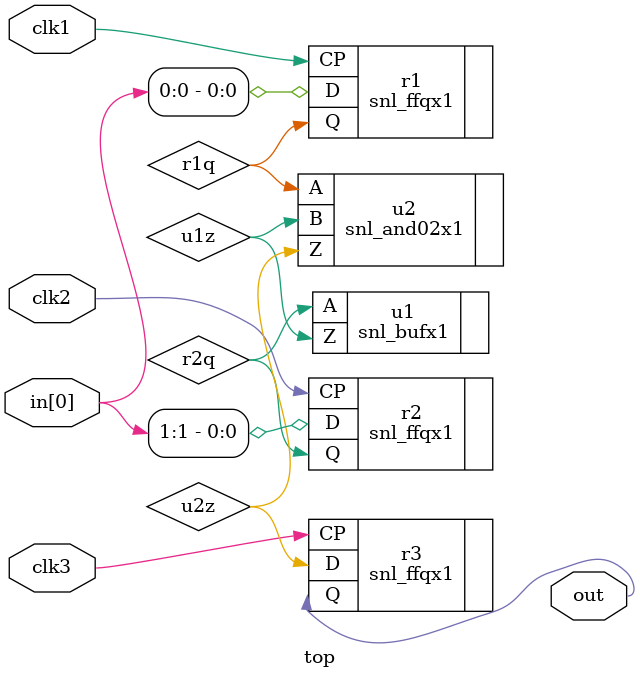
<source format=v>
module top (clk1,
    clk2,
    clk3,
    out,
    \in[0] );
 input clk1;
 input clk2;
 input clk3;
 output out;
 input [1:0] \in[0] ;

 wire r1q;
 wire r2q;
 wire u1z;
 wire u2z;

 snl_ffqx1 r1 (.Q(r1q),
    .D(\in[0] [0]),
    .CP(clk1));
 snl_ffqx1 r2 (.Q(r2q),
    .D(\in[0] [1]),
    .CP(clk2));
 snl_ffqx1 r3 (.Q(out),
    .D(u2z),
    .CP(clk3));
 snl_bufx1 u1 (.Z(u1z),
    .A(r2q));
 snl_and02x1 u2 (.Z(u2z),
    .A(r1q),
    .B(u1z));
endmodule

</source>
